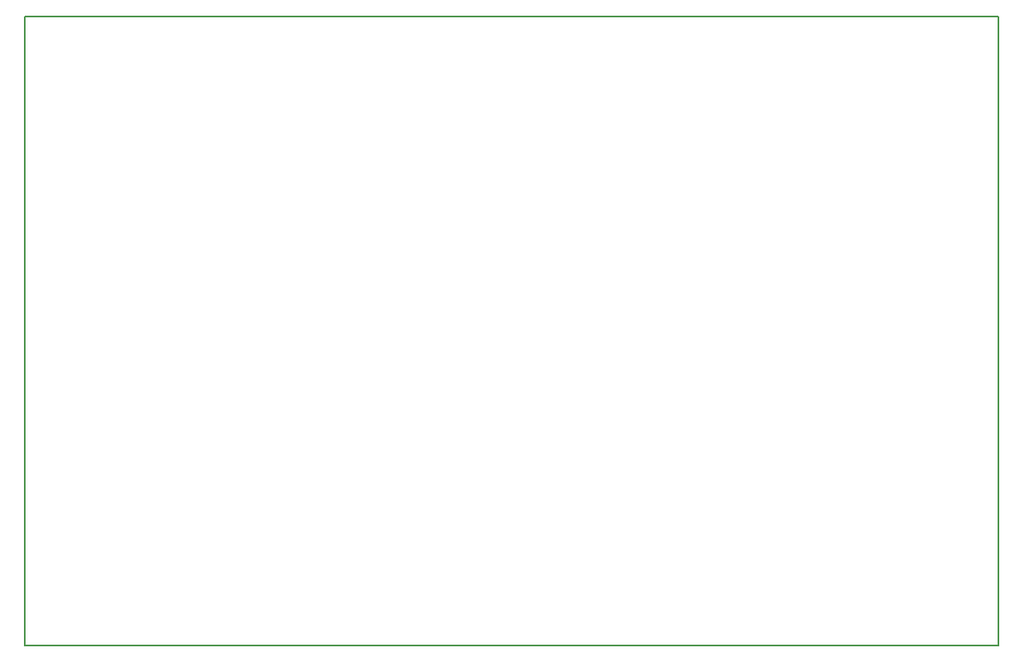
<source format=gbr>
G04 #@! TF.FileFunction,Profile,NP*
%FSLAX46Y46*%
G04 Gerber Fmt 4.6, Leading zero omitted, Abs format (unit mm)*
G04 Created by KiCad (PCBNEW 4.0.0-stable) date 06.09.2016 12:35:27*
%MOMM*%
G01*
G04 APERTURE LIST*
%ADD10C,0.100000*%
%ADD11C,0.150000*%
G04 APERTURE END LIST*
D10*
D11*
X30480000Y-29718000D02*
X30734000Y-29718000D01*
X30480000Y-94234000D02*
X30480000Y-29718000D01*
X34798000Y-94234000D02*
X30480000Y-94234000D01*
X130302000Y-94234000D02*
X34798000Y-94234000D01*
X130302000Y-29718000D02*
X130302000Y-94234000D01*
X30734000Y-29718000D02*
X130302000Y-29718000D01*
M02*

</source>
